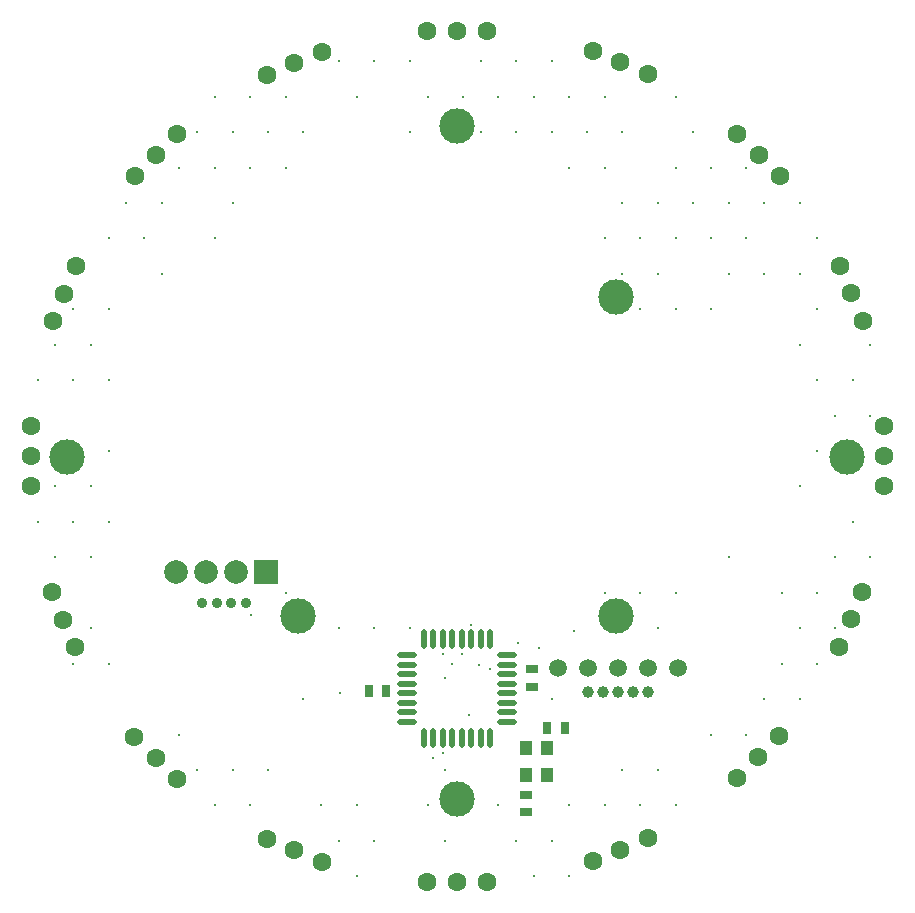
<source format=gbs>
G04*
G04 #@! TF.GenerationSoftware,Altium Limited,Altium Designer,18.1.7 (191)*
G04*
G04 Layer_Color=16711935*
%FSLAX42Y42*%
%MOMM*%
G71*
G01*
G75*
%ADD21R,1.02X0.75*%
%ADD22R,0.75X1.02*%
%ADD25C,1.60*%
%ADD26C,1.50*%
%ADD27C,2.00*%
%ADD28R,2.00X2.00*%
%ADD29C,3.00*%
%ADD30C,0.90*%
%ADD31C,1.00*%
%ADD32C,0.30*%
%ADD41R,1.10X1.30*%
%ADD42O,1.65X0.55*%
%ADD43O,0.55X1.65*%
D21*
X4483Y2051D02*
D03*
Y1903D02*
D03*
X4436Y989D02*
D03*
Y841D02*
D03*
D22*
X3101Y1867D02*
D03*
X3249D02*
D03*
X4613Y1557D02*
D03*
X4762D02*
D03*
D25*
X1298Y1300D02*
D03*
X1477Y1120D02*
D03*
X1118Y1480D02*
D03*
X518Y2473D02*
D03*
X615Y2238D02*
D03*
X420Y2707D02*
D03*
X245Y3855D02*
D03*
Y3601D02*
D03*
Y4109D02*
D03*
X522Y5233D02*
D03*
X425Y4998D02*
D03*
X620Y5467D02*
D03*
X1302Y6405D02*
D03*
X1123Y6225D02*
D03*
X1482Y6585D02*
D03*
X2473Y7185D02*
D03*
X2238Y7088D02*
D03*
X2707Y7282D02*
D03*
X3853Y7460D02*
D03*
X3599D02*
D03*
X4106D02*
D03*
X5233Y7193D02*
D03*
X4998Y7290D02*
D03*
X5467Y7095D02*
D03*
X6403Y6407D02*
D03*
X6223Y6587D02*
D03*
X6582Y6228D02*
D03*
X7188Y5235D02*
D03*
X7090Y5470D02*
D03*
X7285Y5000D02*
D03*
X7465Y3855D02*
D03*
Y4109D02*
D03*
Y3601D02*
D03*
X7182Y2475D02*
D03*
X7280Y2710D02*
D03*
X7085Y2240D02*
D03*
X6400Y1307D02*
D03*
X6580Y1487D02*
D03*
X6220Y1128D02*
D03*
X5233Y525D02*
D03*
X5467Y622D02*
D03*
X4998Y428D02*
D03*
X3853Y253D02*
D03*
X4106D02*
D03*
X3599D02*
D03*
X2473Y520D02*
D03*
X2707Y423D02*
D03*
X2238Y617D02*
D03*
D26*
X5724Y2067D02*
D03*
X5469D02*
D03*
X4708D02*
D03*
X4962D02*
D03*
X5215D02*
D03*
D27*
X1725Y2877D02*
D03*
X1979D02*
D03*
X1471D02*
D03*
D28*
X2233D02*
D03*
D29*
X7150Y3850D02*
D03*
X550D02*
D03*
X3850Y6650D02*
D03*
X5200Y5200D02*
D03*
X2500Y2500D02*
D03*
X5200D02*
D03*
X3850Y950D02*
D03*
D30*
X1690Y2615D02*
D03*
X1815D02*
D03*
X2065D02*
D03*
X1940D02*
D03*
D31*
X5212Y1858D02*
D03*
X5085D02*
D03*
X4958D02*
D03*
X5340D02*
D03*
X5467D02*
D03*
D32*
X7350Y4800D02*
D03*
X7200Y4500D02*
D03*
X7350Y4200D02*
D03*
X7200Y3300D02*
D03*
X7350Y3000D02*
D03*
X6900Y5700D02*
D03*
Y5100D02*
D03*
Y4500D02*
D03*
X7050Y4200D02*
D03*
X6900Y3900D02*
D03*
X7050Y3000D02*
D03*
X6900Y2700D02*
D03*
X7050Y2400D02*
D03*
X6900Y2100D02*
D03*
X6750Y6000D02*
D03*
Y5400D02*
D03*
Y4800D02*
D03*
Y3600D02*
D03*
X6600Y2700D02*
D03*
X6750Y2400D02*
D03*
X6600Y2100D02*
D03*
X6750Y1800D02*
D03*
X6300Y6300D02*
D03*
X6450Y6000D02*
D03*
X6300Y5700D02*
D03*
X6450Y5400D02*
D03*
Y1800D02*
D03*
X6300Y1500D02*
D03*
X6000Y6300D02*
D03*
X6150Y6000D02*
D03*
X6000Y5700D02*
D03*
X6150Y5400D02*
D03*
X6000Y5100D02*
D03*
X6150Y3000D02*
D03*
X6000Y1500D02*
D03*
X5700Y6900D02*
D03*
X5850Y6600D02*
D03*
X5700Y6300D02*
D03*
X5850Y6000D02*
D03*
X5700Y5700D02*
D03*
Y5100D02*
D03*
Y2700D02*
D03*
Y900D02*
D03*
X5550Y6000D02*
D03*
X5400Y5700D02*
D03*
X5550Y5400D02*
D03*
X5400Y5100D02*
D03*
Y2700D02*
D03*
X5550Y2400D02*
D03*
Y1200D02*
D03*
X5400Y900D02*
D03*
X5100Y6900D02*
D03*
X5250Y6600D02*
D03*
X5100Y6300D02*
D03*
X5250Y6000D02*
D03*
X5100Y5700D02*
D03*
X5250Y5400D02*
D03*
X5100Y2700D02*
D03*
X5250Y1200D02*
D03*
X5100Y900D02*
D03*
X4800Y6900D02*
D03*
X4950Y6600D02*
D03*
X4800Y6300D02*
D03*
Y900D02*
D03*
Y300D02*
D03*
X4650Y7200D02*
D03*
X4500Y6900D02*
D03*
X4650Y6600D02*
D03*
Y1800D02*
D03*
Y600D02*
D03*
X4500Y300D02*
D03*
X4350Y7200D02*
D03*
X4200Y6900D02*
D03*
X4350Y6600D02*
D03*
X4200Y900D02*
D03*
X4350Y600D02*
D03*
X4050Y7200D02*
D03*
X3900Y6900D02*
D03*
X4050Y6600D02*
D03*
X3600Y6900D02*
D03*
X3750Y1200D02*
D03*
X3600Y900D02*
D03*
X3750Y600D02*
D03*
X3450Y7200D02*
D03*
Y6600D02*
D03*
Y2400D02*
D03*
X3150Y7200D02*
D03*
X3000Y6900D02*
D03*
X3150Y2400D02*
D03*
X3000Y900D02*
D03*
X3150Y600D02*
D03*
X3000Y300D02*
D03*
X2850Y7200D02*
D03*
Y2400D02*
D03*
X2700Y900D02*
D03*
X2850Y600D02*
D03*
X2400Y6900D02*
D03*
X2550Y6600D02*
D03*
X2400Y6300D02*
D03*
Y2700D02*
D03*
X2550Y1800D02*
D03*
X2100Y6900D02*
D03*
X2250Y6600D02*
D03*
X2100Y6300D02*
D03*
X2250Y1200D02*
D03*
X2100Y900D02*
D03*
X1800Y6900D02*
D03*
X1950Y6600D02*
D03*
X1800Y6300D02*
D03*
X1950Y6000D02*
D03*
X1800Y5700D02*
D03*
X1950Y1200D02*
D03*
X1800Y900D02*
D03*
X1650Y6600D02*
D03*
X1500Y6300D02*
D03*
Y1500D02*
D03*
X1650Y1200D02*
D03*
X1350Y6000D02*
D03*
X1200Y5700D02*
D03*
X1350Y5400D02*
D03*
X1050Y6000D02*
D03*
X900Y5700D02*
D03*
Y5100D02*
D03*
Y4500D02*
D03*
Y3900D02*
D03*
Y3300D02*
D03*
Y2100D02*
D03*
X600Y5100D02*
D03*
X750Y4800D02*
D03*
X600Y4500D02*
D03*
X750Y3600D02*
D03*
X600Y3300D02*
D03*
X750Y3000D02*
D03*
Y2400D02*
D03*
X600Y2100D02*
D03*
X450Y4800D02*
D03*
X300Y4500D02*
D03*
X450Y3600D02*
D03*
X300Y3300D02*
D03*
X450Y3000D02*
D03*
X4364Y2277D02*
D03*
X3953Y1662D02*
D03*
X2858Y1855D02*
D03*
X3968Y2430D02*
D03*
X4840Y2373D02*
D03*
X2105Y2515D02*
D03*
X4128Y2058D02*
D03*
X3650Y1304D02*
D03*
X4547Y2233D02*
D03*
X3750Y1980D02*
D03*
X3730Y1344D02*
D03*
X4033Y2085D02*
D03*
X3890Y2180D02*
D03*
X3810Y2100D02*
D03*
X3730Y2180D02*
D03*
D41*
X4612Y1157D02*
D03*
X4433D02*
D03*
Y1388D02*
D03*
X4612D02*
D03*
D42*
X4270Y2170D02*
D03*
Y2090D02*
D03*
Y2010D02*
D03*
Y1930D02*
D03*
Y1850D02*
D03*
Y1770D02*
D03*
Y1690D02*
D03*
Y1610D02*
D03*
X3430D02*
D03*
Y1690D02*
D03*
Y1770D02*
D03*
Y1850D02*
D03*
Y1930D02*
D03*
Y2010D02*
D03*
Y2090D02*
D03*
Y2170D02*
D03*
D43*
X4130Y1470D02*
D03*
X4050D02*
D03*
X3970D02*
D03*
X3890D02*
D03*
X3810D02*
D03*
X3730D02*
D03*
X3650D02*
D03*
X3570D02*
D03*
Y2310D02*
D03*
X3650D02*
D03*
X3730D02*
D03*
X3810D02*
D03*
X3890D02*
D03*
X3970D02*
D03*
X4050D02*
D03*
X4130D02*
D03*
M02*

</source>
